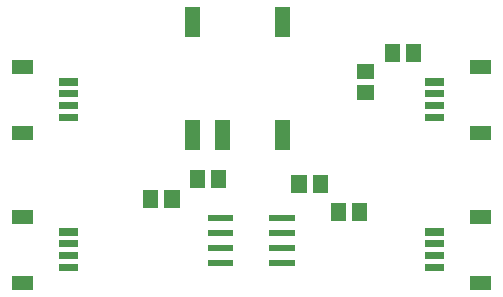
<source format=gbr>
G04 start of page 10 for group -4015 idx -4015 *
G04 Title: (unknown), toppaste *
G04 Creator: pcb 4.0.2 *
G04 CreationDate: Mon Aug 16 01:27:01 2021 UTC *
G04 For: ndholmes *
G04 Format: Gerber/RS-274X *
G04 PCB-Dimensions (mil): 1600.00 1600.00 *
G04 PCB-Coordinate-Origin: lower left *
%MOIN*%
%FSLAX25Y25*%
%LNTOPPASTE*%
%ADD34C,0.0001*%
G54D34*G36*
X15949Y62087D02*Y59725D01*
X22051D01*
Y62087D01*
X15949D01*
G37*
G36*
Y58150D02*Y55788D01*
X22051D01*
Y58150D01*
X15949D01*
G37*
G36*
Y54212D02*Y51850D01*
X22051D01*
Y54212D01*
X15949D01*
G37*
G36*
Y50275D02*Y47913D01*
X22051D01*
Y50275D01*
X15949D01*
G37*
G36*
X201Y68386D02*Y63662D01*
X7287D01*
Y68386D01*
X201D01*
G37*
G36*
Y46338D02*Y41614D01*
X7287D01*
Y46338D01*
X201D01*
G37*
G36*
X56102Y74952D02*X50984D01*
Y69048D01*
X56102D01*
Y74952D01*
G37*
G36*
X49016D02*X43898D01*
Y69048D01*
X49016D01*
Y74952D01*
G37*
G36*
X115048Y117059D02*Y111941D01*
X120952D01*
Y117059D01*
X115048D01*
G37*
G36*
Y109973D02*Y104855D01*
X120952D01*
Y109973D01*
X115048D01*
G37*
G36*
X129516Y123452D02*X124398D01*
Y117548D01*
X129516D01*
Y123452D01*
G37*
G36*
X136602D02*X131484D01*
Y117548D01*
X136602D01*
Y123452D01*
G37*
G36*
X137949Y100275D02*Y97913D01*
X144051D01*
Y100275D01*
X137949D01*
G37*
G36*
Y104212D02*Y101850D01*
X144051D01*
Y104212D01*
X137949D01*
G37*
G36*
Y108150D02*Y105788D01*
X144051D01*
Y108150D01*
X137949D01*
G37*
G36*
Y112087D02*Y109725D01*
X144051D01*
Y112087D01*
X137949D01*
G37*
G36*
X152713Y96338D02*Y91614D01*
X159799D01*
Y96338D01*
X152713D01*
G37*
G36*
Y118386D02*Y113662D01*
X159799D01*
Y118386D01*
X152713D01*
G37*
G36*
X105559Y79952D02*X100441D01*
Y74048D01*
X105559D01*
Y79952D01*
G37*
G36*
X98473D02*X93355D01*
Y74048D01*
X98473D01*
Y79952D01*
G37*
G36*
X137949Y50275D02*Y47913D01*
X144051D01*
Y50275D01*
X137949D01*
G37*
G36*
Y54212D02*Y51850D01*
X144051D01*
Y54212D01*
X137949D01*
G37*
G36*
Y58150D02*Y55788D01*
X144051D01*
Y58150D01*
X137949D01*
G37*
G36*
Y62087D02*Y59725D01*
X144051D01*
Y62087D01*
X137949D01*
G37*
G36*
X152713Y46338D02*Y41614D01*
X159799D01*
Y46338D01*
X152713D01*
G37*
G36*
Y68386D02*Y63662D01*
X159799D01*
Y68386D01*
X152713D01*
G37*
G36*
X65500Y66500D02*Y64500D01*
X74000D01*
Y66500D01*
X65500D01*
G37*
G36*
Y61500D02*Y59500D01*
X74000D01*
Y61500D01*
X65500D01*
G37*
G36*
Y56500D02*Y54500D01*
X74000D01*
Y56500D01*
X65500D01*
G37*
G36*
Y51500D02*Y49500D01*
X74000D01*
Y51500D01*
X65500D01*
G37*
G36*
X86000D02*Y49500D01*
X94500D01*
Y51500D01*
X86000D01*
G37*
G36*
Y56500D02*Y54500D01*
X94500D01*
Y56500D01*
X86000D01*
G37*
G36*
Y61500D02*Y59500D01*
X94500D01*
Y61500D01*
X86000D01*
G37*
G36*
Y66500D02*Y64500D01*
X94500D01*
Y66500D01*
X86000D01*
G37*
G36*
X63000Y98200D02*X58000D01*
Y88200D01*
X63000D01*
Y98200D01*
G37*
G36*
X73000D02*X68000D01*
Y88200D01*
X73000D01*
Y98200D01*
G37*
G36*
X93000D02*X88000D01*
Y88200D01*
X93000D01*
Y98200D01*
G37*
G36*
X63000Y135800D02*X58000D01*
Y125800D01*
X63000D01*
Y135800D01*
G37*
G36*
X93000D02*X88000D01*
Y125800D01*
X93000D01*
Y135800D01*
G37*
G36*
X71602Y81452D02*X66484D01*
Y75548D01*
X71602D01*
Y81452D01*
G37*
G36*
X64516D02*X59398D01*
Y75548D01*
X64516D01*
Y81452D01*
G37*
G36*
X15949Y112087D02*Y109725D01*
X22051D01*
Y112087D01*
X15949D01*
G37*
G36*
Y108150D02*Y105788D01*
X22051D01*
Y108150D01*
X15949D01*
G37*
G36*
Y104212D02*Y101850D01*
X22051D01*
Y104212D01*
X15949D01*
G37*
G36*
Y100275D02*Y97913D01*
X22051D01*
Y100275D01*
X15949D01*
G37*
G36*
X201Y118386D02*Y113662D01*
X7287D01*
Y118386D01*
X201D01*
G37*
G36*
Y96338D02*Y91614D01*
X7287D01*
Y96338D01*
X201D01*
G37*
G36*
X111516Y70452D02*X106398D01*
Y64548D01*
X111516D01*
Y70452D01*
G37*
G36*
X118602D02*X113484D01*
Y64548D01*
X118602D01*
Y70452D01*
G37*
M02*

</source>
